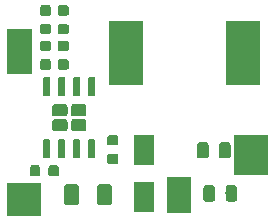
<source format=gtp>
G04 #@! TF.GenerationSoftware,KiCad,Pcbnew,(5.1.0-1558-g0ba0c1724)*
G04 #@! TF.CreationDate,2019-11-25T17:22:07-08:00*
G04 #@! TF.ProjectId,MP-Power,4d502d50-6f77-4657-922e-6b696361645f,rev?*
G04 #@! TF.SameCoordinates,Original*
G04 #@! TF.FileFunction,Paste,Top*
G04 #@! TF.FilePolarity,Positive*
%FSLAX46Y46*%
G04 Gerber Fmt 4.6, Leading zero omitted, Abs format (unit mm)*
G04 Created by KiCad (PCBNEW (5.1.0-1558-g0ba0c1724)) date 2019-11-25 17:22:07*
%MOMM*%
%LPD*%
G04 APERTURE LIST*
%ADD10C,0.100000*%
%ADD11C,0.975000*%
%ADD12C,1.050000*%
%ADD13C,0.600000*%
%ADD14C,0.875000*%
%ADD15R,2.900000X5.400000*%
%ADD16R,1.800000X2.500000*%
%ADD17C,1.250000*%
G04 APERTURE END LIST*
D10*
G36*
X130750000Y-83250000D02*
G01*
X128000000Y-83250000D01*
X128000000Y-80000000D01*
X130750000Y-80000000D01*
X130750000Y-83250000D01*
G37*
X130750000Y-83250000D02*
X128000000Y-83250000D01*
X128000000Y-80000000D01*
X130750000Y-80000000D01*
X130750000Y-83250000D01*
G36*
X124250000Y-86500000D02*
G01*
X122250000Y-86500000D01*
X122250000Y-83500000D01*
X124250000Y-83500000D01*
X124250000Y-86500000D01*
G37*
X124250000Y-86500000D02*
X122250000Y-86500000D01*
X122250000Y-83500000D01*
X124250000Y-83500000D01*
X124250000Y-86500000D01*
G36*
X110750000Y-74750000D02*
G01*
X108750000Y-74750000D01*
X108750000Y-71000000D01*
X110750000Y-71000000D01*
X110750000Y-74750000D01*
G37*
X110750000Y-74750000D02*
X108750000Y-74750000D01*
X108750000Y-71000000D01*
X110750000Y-71000000D01*
X110750000Y-74750000D01*
G36*
X111500000Y-86750000D02*
G01*
X108750000Y-86750000D01*
X108750000Y-84000000D01*
X111500000Y-84000000D01*
X111500000Y-86750000D01*
G37*
X111500000Y-86750000D02*
X108750000Y-86750000D01*
X108750000Y-84000000D01*
X111500000Y-84000000D01*
X111500000Y-86750000D01*
G36*
X125649529Y-80568554D02*
G01*
X125728607Y-80621393D01*
X125781446Y-80700471D01*
X125800000Y-80793750D01*
X125800000Y-81706250D01*
X125781446Y-81799529D01*
X125728607Y-81878607D01*
X125649529Y-81931446D01*
X125556250Y-81950000D01*
X125068750Y-81950000D01*
X124975471Y-81931446D01*
X124896393Y-81878607D01*
X124843554Y-81799529D01*
X124825000Y-81706250D01*
X124825000Y-80793750D01*
X124843554Y-80700471D01*
X124896393Y-80621393D01*
X124975471Y-80568554D01*
X125068750Y-80550000D01*
X125556250Y-80550000D01*
X125649529Y-80568554D01*
X125649529Y-80568554D01*
G37*
D11*
X125312500Y-81250000D03*
D10*
G36*
X127524529Y-80568554D02*
G01*
X127603607Y-80621393D01*
X127656446Y-80700471D01*
X127675000Y-80793750D01*
X127675000Y-81706250D01*
X127656446Y-81799529D01*
X127603607Y-81878607D01*
X127524529Y-81931446D01*
X127431250Y-81950000D01*
X126943750Y-81950000D01*
X126850471Y-81931446D01*
X126771393Y-81878607D01*
X126718554Y-81799529D01*
X126700000Y-81706250D01*
X126700000Y-80793750D01*
X126718554Y-80700471D01*
X126771393Y-80621393D01*
X126850471Y-80568554D01*
X126943750Y-80550000D01*
X127431250Y-80550000D01*
X127524529Y-80568554D01*
X127524529Y-80568554D01*
G37*
D11*
X127187500Y-81250000D03*
D10*
G36*
X115315671Y-77364030D02*
G01*
X115396777Y-77418223D01*
X115450970Y-77499329D01*
X115470000Y-77594999D01*
X115470000Y-78145001D01*
X115450970Y-78240671D01*
X115396777Y-78321777D01*
X115315671Y-78375970D01*
X115220001Y-78395000D01*
X114379999Y-78395000D01*
X114284329Y-78375970D01*
X114203223Y-78321777D01*
X114149030Y-78240671D01*
X114130000Y-78145001D01*
X114130000Y-77594999D01*
X114149030Y-77499329D01*
X114203223Y-77418223D01*
X114284329Y-77364030D01*
X114379999Y-77345000D01*
X115220001Y-77345000D01*
X115315671Y-77364030D01*
X115315671Y-77364030D01*
G37*
D12*
X114800000Y-77870000D03*
D10*
G36*
X113715671Y-77364030D02*
G01*
X113796777Y-77418223D01*
X113850970Y-77499329D01*
X113870000Y-77594999D01*
X113870000Y-78145001D01*
X113850970Y-78240671D01*
X113796777Y-78321777D01*
X113715671Y-78375970D01*
X113620001Y-78395000D01*
X112779999Y-78395000D01*
X112684329Y-78375970D01*
X112603223Y-78321777D01*
X112549030Y-78240671D01*
X112530000Y-78145001D01*
X112530000Y-77594999D01*
X112549030Y-77499329D01*
X112603223Y-77418223D01*
X112684329Y-77364030D01*
X112779999Y-77345000D01*
X113620001Y-77345000D01*
X113715671Y-77364030D01*
X113715671Y-77364030D01*
G37*
D12*
X113200000Y-77870000D03*
D10*
G36*
X115315671Y-78624030D02*
G01*
X115396777Y-78678223D01*
X115450970Y-78759329D01*
X115470000Y-78854999D01*
X115470000Y-79405001D01*
X115450970Y-79500671D01*
X115396777Y-79581777D01*
X115315671Y-79635970D01*
X115220001Y-79655000D01*
X114379999Y-79655000D01*
X114284329Y-79635970D01*
X114203223Y-79581777D01*
X114149030Y-79500671D01*
X114130000Y-79405001D01*
X114130000Y-78854999D01*
X114149030Y-78759329D01*
X114203223Y-78678223D01*
X114284329Y-78624030D01*
X114379999Y-78605000D01*
X115220001Y-78605000D01*
X115315671Y-78624030D01*
X115315671Y-78624030D01*
G37*
D12*
X114800000Y-79130000D03*
D10*
G36*
X113715671Y-78624030D02*
G01*
X113796777Y-78678223D01*
X113850970Y-78759329D01*
X113870000Y-78854999D01*
X113870000Y-79405001D01*
X113850970Y-79500671D01*
X113796777Y-79581777D01*
X113715671Y-79635970D01*
X113620001Y-79655000D01*
X112779999Y-79655000D01*
X112684329Y-79635970D01*
X112603223Y-79581777D01*
X112549030Y-79500671D01*
X112530000Y-79405001D01*
X112530000Y-78854999D01*
X112549030Y-78759329D01*
X112603223Y-78678223D01*
X112684329Y-78624030D01*
X112779999Y-78605000D01*
X113620001Y-78605000D01*
X113715671Y-78624030D01*
X113715671Y-78624030D01*
G37*
D12*
X113200000Y-79130000D03*
D10*
G36*
X116112403Y-75061418D02*
G01*
X116161066Y-75093934D01*
X116193582Y-75142597D01*
X116205000Y-75200000D01*
X116205000Y-76525000D01*
X116193582Y-76582403D01*
X116161066Y-76631066D01*
X116112403Y-76663582D01*
X116055000Y-76675000D01*
X115755000Y-76675000D01*
X115697597Y-76663582D01*
X115648934Y-76631066D01*
X115616418Y-76582403D01*
X115605000Y-76525000D01*
X115605000Y-75200000D01*
X115616418Y-75142597D01*
X115648934Y-75093934D01*
X115697597Y-75061418D01*
X115755000Y-75050000D01*
X116055000Y-75050000D01*
X116112403Y-75061418D01*
X116112403Y-75061418D01*
G37*
D13*
X115905000Y-75862500D03*
D10*
G36*
X114842403Y-75061418D02*
G01*
X114891066Y-75093934D01*
X114923582Y-75142597D01*
X114935000Y-75200000D01*
X114935000Y-76525000D01*
X114923582Y-76582403D01*
X114891066Y-76631066D01*
X114842403Y-76663582D01*
X114785000Y-76675000D01*
X114485000Y-76675000D01*
X114427597Y-76663582D01*
X114378934Y-76631066D01*
X114346418Y-76582403D01*
X114335000Y-76525000D01*
X114335000Y-75200000D01*
X114346418Y-75142597D01*
X114378934Y-75093934D01*
X114427597Y-75061418D01*
X114485000Y-75050000D01*
X114785000Y-75050000D01*
X114842403Y-75061418D01*
X114842403Y-75061418D01*
G37*
D13*
X114635000Y-75862500D03*
D10*
G36*
X113572403Y-75061418D02*
G01*
X113621066Y-75093934D01*
X113653582Y-75142597D01*
X113665000Y-75200000D01*
X113665000Y-76525000D01*
X113653582Y-76582403D01*
X113621066Y-76631066D01*
X113572403Y-76663582D01*
X113515000Y-76675000D01*
X113215000Y-76675000D01*
X113157597Y-76663582D01*
X113108934Y-76631066D01*
X113076418Y-76582403D01*
X113065000Y-76525000D01*
X113065000Y-75200000D01*
X113076418Y-75142597D01*
X113108934Y-75093934D01*
X113157597Y-75061418D01*
X113215000Y-75050000D01*
X113515000Y-75050000D01*
X113572403Y-75061418D01*
X113572403Y-75061418D01*
G37*
D13*
X113365000Y-75862500D03*
D10*
G36*
X112302403Y-75061418D02*
G01*
X112351066Y-75093934D01*
X112383582Y-75142597D01*
X112395000Y-75200000D01*
X112395000Y-76525000D01*
X112383582Y-76582403D01*
X112351066Y-76631066D01*
X112302403Y-76663582D01*
X112245000Y-76675000D01*
X111945000Y-76675000D01*
X111887597Y-76663582D01*
X111838934Y-76631066D01*
X111806418Y-76582403D01*
X111795000Y-76525000D01*
X111795000Y-75200000D01*
X111806418Y-75142597D01*
X111838934Y-75093934D01*
X111887597Y-75061418D01*
X111945000Y-75050000D01*
X112245000Y-75050000D01*
X112302403Y-75061418D01*
X112302403Y-75061418D01*
G37*
D13*
X112095000Y-75862500D03*
D10*
G36*
X112302403Y-80336418D02*
G01*
X112351066Y-80368934D01*
X112383582Y-80417597D01*
X112395000Y-80475000D01*
X112395000Y-81800000D01*
X112383582Y-81857403D01*
X112351066Y-81906066D01*
X112302403Y-81938582D01*
X112245000Y-81950000D01*
X111945000Y-81950000D01*
X111887597Y-81938582D01*
X111838934Y-81906066D01*
X111806418Y-81857403D01*
X111795000Y-81800000D01*
X111795000Y-80475000D01*
X111806418Y-80417597D01*
X111838934Y-80368934D01*
X111887597Y-80336418D01*
X111945000Y-80325000D01*
X112245000Y-80325000D01*
X112302403Y-80336418D01*
X112302403Y-80336418D01*
G37*
D13*
X112095000Y-81137500D03*
D10*
G36*
X113572403Y-80336418D02*
G01*
X113621066Y-80368934D01*
X113653582Y-80417597D01*
X113665000Y-80475000D01*
X113665000Y-81800000D01*
X113653582Y-81857403D01*
X113621066Y-81906066D01*
X113572403Y-81938582D01*
X113515000Y-81950000D01*
X113215000Y-81950000D01*
X113157597Y-81938582D01*
X113108934Y-81906066D01*
X113076418Y-81857403D01*
X113065000Y-81800000D01*
X113065000Y-80475000D01*
X113076418Y-80417597D01*
X113108934Y-80368934D01*
X113157597Y-80336418D01*
X113215000Y-80325000D01*
X113515000Y-80325000D01*
X113572403Y-80336418D01*
X113572403Y-80336418D01*
G37*
D13*
X113365000Y-81137500D03*
D10*
G36*
X114842403Y-80336418D02*
G01*
X114891066Y-80368934D01*
X114923582Y-80417597D01*
X114935000Y-80475000D01*
X114935000Y-81800000D01*
X114923582Y-81857403D01*
X114891066Y-81906066D01*
X114842403Y-81938582D01*
X114785000Y-81950000D01*
X114485000Y-81950000D01*
X114427597Y-81938582D01*
X114378934Y-81906066D01*
X114346418Y-81857403D01*
X114335000Y-81800000D01*
X114335000Y-80475000D01*
X114346418Y-80417597D01*
X114378934Y-80368934D01*
X114427597Y-80336418D01*
X114485000Y-80325000D01*
X114785000Y-80325000D01*
X114842403Y-80336418D01*
X114842403Y-80336418D01*
G37*
D13*
X114635000Y-81137500D03*
D10*
G36*
X116112403Y-80336418D02*
G01*
X116161066Y-80368934D01*
X116193582Y-80417597D01*
X116205000Y-80475000D01*
X116205000Y-81800000D01*
X116193582Y-81857403D01*
X116161066Y-81906066D01*
X116112403Y-81938582D01*
X116055000Y-81950000D01*
X115755000Y-81950000D01*
X115697597Y-81938582D01*
X115648934Y-81906066D01*
X115616418Y-81857403D01*
X115605000Y-81800000D01*
X115605000Y-80475000D01*
X115616418Y-80417597D01*
X115648934Y-80368934D01*
X115697597Y-80336418D01*
X115755000Y-80325000D01*
X116055000Y-80325000D01*
X116112403Y-80336418D01*
X116112403Y-80336418D01*
G37*
D13*
X115905000Y-81137500D03*
D10*
G36*
X112339962Y-71991651D02*
G01*
X112410930Y-72039070D01*
X112458349Y-72110038D01*
X112475000Y-72193750D01*
X112475000Y-72631250D01*
X112458349Y-72714962D01*
X112410930Y-72785930D01*
X112339962Y-72833349D01*
X112256250Y-72850000D01*
X111743750Y-72850000D01*
X111660038Y-72833349D01*
X111589070Y-72785930D01*
X111541651Y-72714962D01*
X111525000Y-72631250D01*
X111525000Y-72193750D01*
X111541651Y-72110038D01*
X111589070Y-72039070D01*
X111660038Y-71991651D01*
X111743750Y-71975000D01*
X112256250Y-71975000D01*
X112339962Y-71991651D01*
X112339962Y-71991651D01*
G37*
D14*
X112000000Y-72412500D03*
D10*
G36*
X112339962Y-73566651D02*
G01*
X112410930Y-73614070D01*
X112458349Y-73685038D01*
X112475000Y-73768750D01*
X112475000Y-74206250D01*
X112458349Y-74289962D01*
X112410930Y-74360930D01*
X112339962Y-74408349D01*
X112256250Y-74425000D01*
X111743750Y-74425000D01*
X111660038Y-74408349D01*
X111589070Y-74360930D01*
X111541651Y-74289962D01*
X111525000Y-74206250D01*
X111525000Y-73768750D01*
X111541651Y-73685038D01*
X111589070Y-73614070D01*
X111660038Y-73566651D01*
X111743750Y-73550000D01*
X112256250Y-73550000D01*
X112339962Y-73566651D01*
X112339962Y-73566651D01*
G37*
D14*
X112000000Y-73987500D03*
D10*
G36*
X112339962Y-70566651D02*
G01*
X112410930Y-70614070D01*
X112458349Y-70685038D01*
X112475000Y-70768750D01*
X112475000Y-71206250D01*
X112458349Y-71289962D01*
X112410930Y-71360930D01*
X112339962Y-71408349D01*
X112256250Y-71425000D01*
X111743750Y-71425000D01*
X111660038Y-71408349D01*
X111589070Y-71360930D01*
X111541651Y-71289962D01*
X111525000Y-71206250D01*
X111525000Y-70768750D01*
X111541651Y-70685038D01*
X111589070Y-70614070D01*
X111660038Y-70566651D01*
X111743750Y-70550000D01*
X112256250Y-70550000D01*
X112339962Y-70566651D01*
X112339962Y-70566651D01*
G37*
D14*
X112000000Y-70987500D03*
D10*
G36*
X112339962Y-68991651D02*
G01*
X112410930Y-69039070D01*
X112458349Y-69110038D01*
X112475000Y-69193750D01*
X112475000Y-69631250D01*
X112458349Y-69714962D01*
X112410930Y-69785930D01*
X112339962Y-69833349D01*
X112256250Y-69850000D01*
X111743750Y-69850000D01*
X111660038Y-69833349D01*
X111589070Y-69785930D01*
X111541651Y-69714962D01*
X111525000Y-69631250D01*
X111525000Y-69193750D01*
X111541651Y-69110038D01*
X111589070Y-69039070D01*
X111660038Y-68991651D01*
X111743750Y-68975000D01*
X112256250Y-68975000D01*
X112339962Y-68991651D01*
X112339962Y-68991651D01*
G37*
D14*
X112000000Y-69412500D03*
D10*
G36*
X113839962Y-68991651D02*
G01*
X113910930Y-69039070D01*
X113958349Y-69110038D01*
X113975000Y-69193750D01*
X113975000Y-69631250D01*
X113958349Y-69714962D01*
X113910930Y-69785930D01*
X113839962Y-69833349D01*
X113756250Y-69850000D01*
X113243750Y-69850000D01*
X113160038Y-69833349D01*
X113089070Y-69785930D01*
X113041651Y-69714962D01*
X113025000Y-69631250D01*
X113025000Y-69193750D01*
X113041651Y-69110038D01*
X113089070Y-69039070D01*
X113160038Y-68991651D01*
X113243750Y-68975000D01*
X113756250Y-68975000D01*
X113839962Y-68991651D01*
X113839962Y-68991651D01*
G37*
D14*
X113500000Y-69412500D03*
D10*
G36*
X113839962Y-70566651D02*
G01*
X113910930Y-70614070D01*
X113958349Y-70685038D01*
X113975000Y-70768750D01*
X113975000Y-71206250D01*
X113958349Y-71289962D01*
X113910930Y-71360930D01*
X113839962Y-71408349D01*
X113756250Y-71425000D01*
X113243750Y-71425000D01*
X113160038Y-71408349D01*
X113089070Y-71360930D01*
X113041651Y-71289962D01*
X113025000Y-71206250D01*
X113025000Y-70768750D01*
X113041651Y-70685038D01*
X113089070Y-70614070D01*
X113160038Y-70566651D01*
X113243750Y-70550000D01*
X113756250Y-70550000D01*
X113839962Y-70566651D01*
X113839962Y-70566651D01*
G37*
D14*
X113500000Y-70987500D03*
D10*
G36*
X111414962Y-82541651D02*
G01*
X111485930Y-82589070D01*
X111533349Y-82660038D01*
X111550000Y-82743750D01*
X111550000Y-83256250D01*
X111533349Y-83339962D01*
X111485930Y-83410930D01*
X111414962Y-83458349D01*
X111331250Y-83475000D01*
X110893750Y-83475000D01*
X110810038Y-83458349D01*
X110739070Y-83410930D01*
X110691651Y-83339962D01*
X110675000Y-83256250D01*
X110675000Y-82743750D01*
X110691651Y-82660038D01*
X110739070Y-82589070D01*
X110810038Y-82541651D01*
X110893750Y-82525000D01*
X111331250Y-82525000D01*
X111414962Y-82541651D01*
X111414962Y-82541651D01*
G37*
D14*
X111112500Y-83000000D03*
D10*
G36*
X112989962Y-82541651D02*
G01*
X113060930Y-82589070D01*
X113108349Y-82660038D01*
X113125000Y-82743750D01*
X113125000Y-83256250D01*
X113108349Y-83339962D01*
X113060930Y-83410930D01*
X112989962Y-83458349D01*
X112906250Y-83475000D01*
X112468750Y-83475000D01*
X112385038Y-83458349D01*
X112314070Y-83410930D01*
X112266651Y-83339962D01*
X112250000Y-83256250D01*
X112250000Y-82743750D01*
X112266651Y-82660038D01*
X112314070Y-82589070D01*
X112385038Y-82541651D01*
X112468750Y-82525000D01*
X112906250Y-82525000D01*
X112989962Y-82541651D01*
X112989962Y-82541651D01*
G37*
D14*
X112687500Y-83000000D03*
D15*
X128750000Y-73000000D03*
X118850000Y-73000000D03*
D16*
X120300000Y-85200000D03*
X120300000Y-81200000D03*
D10*
G36*
X126199529Y-84218554D02*
G01*
X126278607Y-84271393D01*
X126331446Y-84350471D01*
X126350000Y-84443750D01*
X126350000Y-85356250D01*
X126331446Y-85449529D01*
X126278607Y-85528607D01*
X126199529Y-85581446D01*
X126106250Y-85600000D01*
X125618750Y-85600000D01*
X125525471Y-85581446D01*
X125446393Y-85528607D01*
X125393554Y-85449529D01*
X125375000Y-85356250D01*
X125375000Y-84443750D01*
X125393554Y-84350471D01*
X125446393Y-84271393D01*
X125525471Y-84218554D01*
X125618750Y-84200000D01*
X126106250Y-84200000D01*
X126199529Y-84218554D01*
X126199529Y-84218554D01*
G37*
D11*
X125862500Y-84900000D03*
D10*
G36*
X128074529Y-84218554D02*
G01*
X128153607Y-84271393D01*
X128206446Y-84350471D01*
X128225000Y-84443750D01*
X128225000Y-85356250D01*
X128206446Y-85449529D01*
X128153607Y-85528607D01*
X128074529Y-85581446D01*
X127981250Y-85600000D01*
X127493750Y-85600000D01*
X127400471Y-85581446D01*
X127321393Y-85528607D01*
X127268554Y-85449529D01*
X127250000Y-85356250D01*
X127250000Y-84443750D01*
X127268554Y-84350471D01*
X127321393Y-84271393D01*
X127400471Y-84218554D01*
X127493750Y-84200000D01*
X127981250Y-84200000D01*
X128074529Y-84218554D01*
X128074529Y-84218554D01*
G37*
D11*
X127737500Y-84900000D03*
D10*
G36*
X113839962Y-71991651D02*
G01*
X113910930Y-72039070D01*
X113958349Y-72110038D01*
X113975000Y-72193750D01*
X113975000Y-72631250D01*
X113958349Y-72714962D01*
X113910930Y-72785930D01*
X113839962Y-72833349D01*
X113756250Y-72850000D01*
X113243750Y-72850000D01*
X113160038Y-72833349D01*
X113089070Y-72785930D01*
X113041651Y-72714962D01*
X113025000Y-72631250D01*
X113025000Y-72193750D01*
X113041651Y-72110038D01*
X113089070Y-72039070D01*
X113160038Y-71991651D01*
X113243750Y-71975000D01*
X113756250Y-71975000D01*
X113839962Y-71991651D01*
X113839962Y-71991651D01*
G37*
D14*
X113500000Y-72412500D03*
D10*
G36*
X113839962Y-73566651D02*
G01*
X113910930Y-73614070D01*
X113958349Y-73685038D01*
X113975000Y-73768750D01*
X113975000Y-74206250D01*
X113958349Y-74289962D01*
X113910930Y-74360930D01*
X113839962Y-74408349D01*
X113756250Y-74425000D01*
X113243750Y-74425000D01*
X113160038Y-74408349D01*
X113089070Y-74360930D01*
X113041651Y-74289962D01*
X113025000Y-74206250D01*
X113025000Y-73768750D01*
X113041651Y-73685038D01*
X113089070Y-73614070D01*
X113160038Y-73566651D01*
X113243750Y-73550000D01*
X113756250Y-73550000D01*
X113839962Y-73566651D01*
X113839962Y-73566651D01*
G37*
D14*
X113500000Y-73987500D03*
D10*
G36*
X118039962Y-81566651D02*
G01*
X118110930Y-81614070D01*
X118158349Y-81685038D01*
X118175000Y-81768750D01*
X118175000Y-82206250D01*
X118158349Y-82289962D01*
X118110930Y-82360930D01*
X118039962Y-82408349D01*
X117956250Y-82425000D01*
X117443750Y-82425000D01*
X117360038Y-82408349D01*
X117289070Y-82360930D01*
X117241651Y-82289962D01*
X117225000Y-82206250D01*
X117225000Y-81768750D01*
X117241651Y-81685038D01*
X117289070Y-81614070D01*
X117360038Y-81566651D01*
X117443750Y-81550000D01*
X117956250Y-81550000D01*
X118039962Y-81566651D01*
X118039962Y-81566651D01*
G37*
D14*
X117700000Y-81987500D03*
D10*
G36*
X118039962Y-79991651D02*
G01*
X118110930Y-80039070D01*
X118158349Y-80110038D01*
X118175000Y-80193750D01*
X118175000Y-80631250D01*
X118158349Y-80714962D01*
X118110930Y-80785930D01*
X118039962Y-80833349D01*
X117956250Y-80850000D01*
X117443750Y-80850000D01*
X117360038Y-80833349D01*
X117289070Y-80785930D01*
X117241651Y-80714962D01*
X117225000Y-80631250D01*
X117225000Y-80193750D01*
X117241651Y-80110038D01*
X117289070Y-80039070D01*
X117360038Y-79991651D01*
X117443750Y-79975000D01*
X117956250Y-79975000D01*
X118039962Y-79991651D01*
X118039962Y-79991651D01*
G37*
D14*
X117700000Y-80412500D03*
D10*
G36*
X117470671Y-84144030D02*
G01*
X117551777Y-84198223D01*
X117605970Y-84279329D01*
X117625000Y-84375000D01*
X117625000Y-85625000D01*
X117605970Y-85720671D01*
X117551777Y-85801777D01*
X117470671Y-85855970D01*
X117375000Y-85875000D01*
X116625000Y-85875000D01*
X116529329Y-85855970D01*
X116448223Y-85801777D01*
X116394030Y-85720671D01*
X116375000Y-85625000D01*
X116375000Y-84375000D01*
X116394030Y-84279329D01*
X116448223Y-84198223D01*
X116529329Y-84144030D01*
X116625000Y-84125000D01*
X117375000Y-84125000D01*
X117470671Y-84144030D01*
X117470671Y-84144030D01*
G37*
D17*
X117000000Y-85000000D03*
D10*
G36*
X114670671Y-84144030D02*
G01*
X114751777Y-84198223D01*
X114805970Y-84279329D01*
X114825000Y-84375000D01*
X114825000Y-85625000D01*
X114805970Y-85720671D01*
X114751777Y-85801777D01*
X114670671Y-85855970D01*
X114575000Y-85875000D01*
X113825000Y-85875000D01*
X113729329Y-85855970D01*
X113648223Y-85801777D01*
X113594030Y-85720671D01*
X113575000Y-85625000D01*
X113575000Y-84375000D01*
X113594030Y-84279329D01*
X113648223Y-84198223D01*
X113729329Y-84144030D01*
X113825000Y-84125000D01*
X114575000Y-84125000D01*
X114670671Y-84144030D01*
X114670671Y-84144030D01*
G37*
D17*
X114200000Y-85000000D03*
M02*

</source>
